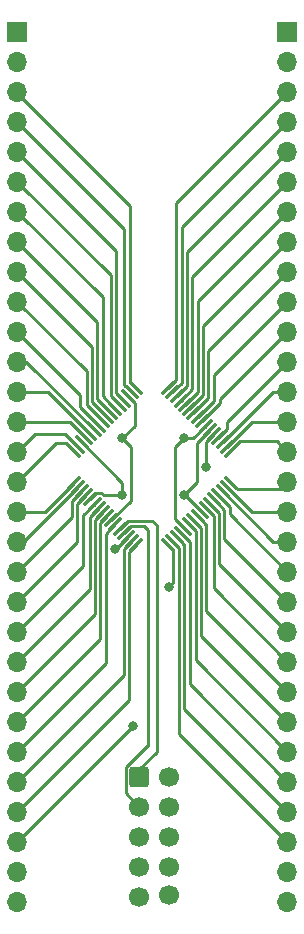
<source format=gbr>
%TF.GenerationSoftware,KiCad,Pcbnew,7.0.6-0*%
%TF.CreationDate,2023-07-17T22:06:51-07:00*%
%TF.ProjectId,84CP01,38344350-3031-42e6-9b69-6361645f7063,rev?*%
%TF.SameCoordinates,Original*%
%TF.FileFunction,Copper,L1,Top*%
%TF.FilePolarity,Positive*%
%FSLAX46Y46*%
G04 Gerber Fmt 4.6, Leading zero omitted, Abs format (unit mm)*
G04 Created by KiCad (PCBNEW 7.0.6-0) date 2023-07-17 22:06:51*
%MOMM*%
%LPD*%
G01*
G04 APERTURE LIST*
G04 Aperture macros list*
%AMRoundRect*
0 Rectangle with rounded corners*
0 $1 Rounding radius*
0 $2 $3 $4 $5 $6 $7 $8 $9 X,Y pos of 4 corners*
0 Add a 4 corners polygon primitive as box body*
4,1,4,$2,$3,$4,$5,$6,$7,$8,$9,$2,$3,0*
0 Add four circle primitives for the rounded corners*
1,1,$1+$1,$2,$3*
1,1,$1+$1,$4,$5*
1,1,$1+$1,$6,$7*
1,1,$1+$1,$8,$9*
0 Add four rect primitives between the rounded corners*
20,1,$1+$1,$2,$3,$4,$5,0*
20,1,$1+$1,$4,$5,$6,$7,0*
20,1,$1+$1,$6,$7,$8,$9,0*
20,1,$1+$1,$8,$9,$2,$3,0*%
G04 Aperture macros list end*
%TA.AperFunction,ComponentPad*%
%ADD10RoundRect,0.250000X-0.600000X-0.600000X0.600000X-0.600000X0.600000X0.600000X-0.600000X0.600000X0*%
%TD*%
%TA.AperFunction,ComponentPad*%
%ADD11C,1.700000*%
%TD*%
%TA.AperFunction,SMDPad,CuDef*%
%ADD12RoundRect,0.075000X-0.521491X0.415425X0.415425X-0.521491X0.521491X-0.415425X-0.415425X0.521491X0*%
%TD*%
%TA.AperFunction,SMDPad,CuDef*%
%ADD13RoundRect,0.075000X-0.521491X-0.415425X-0.415425X-0.521491X0.521491X0.415425X0.415425X0.521491X0*%
%TD*%
%TA.AperFunction,ComponentPad*%
%ADD14R,1.700000X1.700000*%
%TD*%
%TA.AperFunction,ComponentPad*%
%ADD15O,1.700000X1.700000*%
%TD*%
%TA.AperFunction,ViaPad*%
%ADD16C,0.800000*%
%TD*%
%TA.AperFunction,Conductor*%
%ADD17C,0.250000*%
%TD*%
G04 APERTURE END LIST*
D10*
%TO.P,J2,1,Pin_1*%
%TO.N,Net-(J2-Pin_1)*%
X108130000Y-115904000D03*
D11*
%TO.P,J2,2,Pin_2*%
%TO.N,GND*%
X110670000Y-115904000D03*
%TO.P,J2,3,Pin_3*%
%TO.N,Net-(J2-Pin_3)*%
X108130000Y-118444000D03*
%TO.P,J2,4,Pin_4*%
%TO.N,GND*%
X110670000Y-118444000D03*
%TO.P,J2,5,Pin_5*%
%TO.N,Net-(J2-Pin_5)*%
X108130000Y-120984000D03*
%TO.P,J2,6,Pin_6*%
%TO.N,GND*%
X110670000Y-120984000D03*
%TO.P,J2,7,Pin_7*%
%TO.N,Net-(J2-Pin_7)*%
X108130000Y-123524000D03*
%TO.P,J2,8,Pin_8*%
%TO.N,GND*%
X110630000Y-123524000D03*
%TO.P,J2,9,Pin_9*%
X108130000Y-126064000D03*
%TO.P,J2,10,Pin_10*%
X110630000Y-125904000D03*
%TD*%
D12*
%TO.P,U1,1,P1*%
%TO.N,/J1-3*%
X107867658Y-83006357D03*
%TO.P,U1,2,I/O/GTS2*%
%TO.N,/J1-4*%
X107514105Y-83359911D03*
%TO.P,U1,3,VCC*%
%TO.N,VCC*%
X107160551Y-83713464D03*
%TO.P,U1,4,P4*%
%TO.N,/J1-5*%
X106806998Y-84067018D03*
%TO.P,U1,5,I/O/GTS1*%
%TO.N,/J1-6*%
X106453445Y-84420571D03*
%TO.P,U1,6,P6*%
%TO.N,/J1-7*%
X106099891Y-84774124D03*
%TO.P,U1,7,P7*%
%TO.N,/J1-8*%
X105746338Y-85127678D03*
%TO.P,U1,8,P8*%
%TO.N,/J1-9*%
X105392785Y-85481231D03*
%TO.P,U1,9,P9*%
%TO.N,/J1-10*%
X105039231Y-85834785D03*
%TO.P,U1,10,P10*%
%TO.N,/J1-11*%
X104685678Y-86188338D03*
%TO.P,U1,11,P11*%
%TO.N,/J1-12*%
X104332124Y-86541891D03*
%TO.P,U1,12,P12*%
%TO.N,/J1-13*%
X103978571Y-86895445D03*
%TO.P,U1,13,P13*%
%TO.N,/J1-14*%
X103625018Y-87248998D03*
%TO.P,U1,14,GND*%
%TO.N,GND*%
X103271464Y-87602551D03*
%TO.P,U1,15,I/O/GCK1*%
%TO.N,/J1-15*%
X102917911Y-87956105D03*
%TO.P,U1,16,I/O/GCK2*%
%TO.N,/J1-16*%
X102564357Y-88309658D03*
D13*
%TO.P,U1,17,I/O/GCK3*%
%TO.N,/J1-17*%
X102564357Y-91014342D03*
%TO.P,U1,18,P18*%
%TO.N,/J1-18*%
X102917911Y-91367895D03*
%TO.P,U1,19,P19*%
%TO.N,/J1-19*%
X103271464Y-91721449D03*
%TO.P,U1,20,P20*%
%TO.N,/J1-20*%
X103625018Y-92075002D03*
%TO.P,U1,21,GND*%
%TO.N,GND*%
X103978571Y-92428555D03*
%TO.P,U1,22,P22*%
%TO.N,/J1-21*%
X104332124Y-92782109D03*
%TO.P,U1,23,P23*%
%TO.N,/J1-22*%
X104685678Y-93135662D03*
%TO.P,U1,24,P24*%
%TO.N,/J1-23*%
X105039231Y-93489215D03*
%TO.P,U1,25,P25*%
%TO.N,/J1-24*%
X105392785Y-93842769D03*
%TO.P,U1,26,VCCIO*%
%TO.N,VCC*%
X105746338Y-94196322D03*
%TO.P,U1,27,P27*%
%TO.N,/J1-25*%
X106099891Y-94549876D03*
%TO.P,U1,28,TDI*%
%TO.N,Net-(J2-Pin_1)*%
X106453445Y-94903429D03*
%TO.P,U1,29,TMS*%
%TO.N,Net-(J2-Pin_3)*%
X106806998Y-95256982D03*
%TO.P,U1,30,TCK*%
%TO.N,Net-(J2-Pin_5)*%
X107160551Y-95610536D03*
%TO.P,U1,31,P31*%
%TO.N,/J1-26*%
X107514105Y-95964089D03*
%TO.P,U1,32,P32*%
%TO.N,/J1-27*%
X107867658Y-96317643D03*
D12*
%TO.P,U1,33,P33*%
%TO.N,/J1-28*%
X110572342Y-96317643D03*
%TO.P,U1,34,P34*%
%TO.N,/J2-28*%
X110925895Y-95964089D03*
%TO.P,U1,35,P35*%
%TO.N,/J2-27*%
X111279449Y-95610536D03*
%TO.P,U1,36,P36*%
%TO.N,/J2-26*%
X111633002Y-95256982D03*
%TO.P,U1,37,VCC*%
%TO.N,VCC*%
X111986555Y-94903429D03*
%TO.P,U1,38,P38*%
%TO.N,/J2-25*%
X112340109Y-94549876D03*
%TO.P,U1,39,P39*%
%TO.N,/J2-24*%
X112693662Y-94196322D03*
%TO.P,U1,40,P40*%
%TO.N,/J2-23*%
X113047215Y-93842769D03*
%TO.P,U1,41,GND*%
%TO.N,GND*%
X113400769Y-93489215D03*
%TO.P,U1,42,P42*%
%TO.N,/J2-22*%
X113754322Y-93135662D03*
%TO.P,U1,43,P43*%
%TO.N,/J2-21*%
X114107876Y-92782109D03*
%TO.P,U1,44,P44*%
%TO.N,/J2-20*%
X114461429Y-92428555D03*
%TO.P,U1,45,P45*%
%TO.N,/J2-19*%
X114814982Y-92075002D03*
%TO.P,U1,46,P46*%
%TO.N,/J2-18*%
X115168536Y-91721449D03*
%TO.P,U1,47,P47*%
%TO.N,/J2-17*%
X115522089Y-91367895D03*
%TO.P,U1,48,P48*%
%TO.N,/J2-16*%
X115875643Y-91014342D03*
D13*
%TO.P,U1,49,P49*%
%TO.N,/J2-15*%
X115875643Y-88309658D03*
%TO.P,U1,50,P50*%
%TO.N,/J2-14*%
X115522089Y-87956105D03*
%TO.P,U1,51,P51*%
%TO.N,/J2-13*%
X115168536Y-87602551D03*
%TO.P,U1,52,P52*%
%TO.N,/J2-12*%
X114814982Y-87248998D03*
%TO.P,U1,53,TDO*%
%TO.N,Net-(J2-Pin_7)*%
X114461429Y-86895445D03*
%TO.P,U1,54,GND*%
%TO.N,GND*%
X114107876Y-86541891D03*
%TO.P,U1,55,VCCIO*%
%TO.N,VCC*%
X113754322Y-86188338D03*
%TO.P,U1,56,P56*%
%TO.N,/J2-11*%
X113400769Y-85834785D03*
%TO.P,U1,57,P57*%
%TO.N,/J2-10*%
X113047215Y-85481231D03*
%TO.P,U1,58,P58*%
%TO.N,/J2-9*%
X112693662Y-85127678D03*
%TO.P,U1,59,P59*%
%TO.N,/J2-8*%
X112340109Y-84774124D03*
%TO.P,U1,60,P60*%
%TO.N,/J2-7*%
X111986555Y-84420571D03*
%TO.P,U1,61,P61*%
%TO.N,/J2-6*%
X111633002Y-84067018D03*
%TO.P,U1,62,P62*%
%TO.N,/J2-5*%
X111279449Y-83713464D03*
%TO.P,U1,63,P63*%
%TO.N,/J2-4*%
X110925895Y-83359911D03*
%TO.P,U1,64,I/O/GSR*%
%TO.N,/J2-3*%
X110572342Y-83006357D03*
%TD*%
D14*
%TO.P,J3,1,Pin_1*%
%TO.N,VCC*%
X120650000Y-52832000D03*
D15*
%TO.P,J3,2,Pin_2*%
X120650000Y-55372000D03*
%TO.P,J3,3,Pin_3*%
%TO.N,/J2-3*%
X120650000Y-57912000D03*
%TO.P,J3,4,Pin_4*%
%TO.N,/J2-4*%
X120650000Y-60452000D03*
%TO.P,J3,5,Pin_5*%
%TO.N,/J2-5*%
X120650000Y-62992000D03*
%TO.P,J3,6,Pin_6*%
%TO.N,/J2-6*%
X120650000Y-65532000D03*
%TO.P,J3,7,Pin_7*%
%TO.N,/J2-7*%
X120650000Y-68072000D03*
%TO.P,J3,8,Pin_8*%
%TO.N,/J2-8*%
X120650000Y-70612000D03*
%TO.P,J3,9,Pin_9*%
%TO.N,/J2-9*%
X120650000Y-73152000D03*
%TO.P,J3,10,Pin_10*%
%TO.N,/J2-10*%
X120650000Y-75692000D03*
%TO.P,J3,11,Pin_11*%
%TO.N,/J2-11*%
X120650000Y-78232000D03*
%TO.P,J3,12,Pin_12*%
%TO.N,/J2-12*%
X120650000Y-80772000D03*
%TO.P,J3,13,Pin_13*%
%TO.N,/J2-13*%
X120650000Y-83312000D03*
%TO.P,J3,14,Pin_14*%
%TO.N,/J2-14*%
X120650000Y-85852000D03*
%TO.P,J3,15,Pin_15*%
%TO.N,/J2-15*%
X120650000Y-88392000D03*
%TO.P,J3,16,Pin_16*%
%TO.N,/J2-16*%
X120650000Y-90932000D03*
%TO.P,J3,17,Pin_17*%
%TO.N,/J2-17*%
X120650000Y-93472000D03*
%TO.P,J3,18,Pin_18*%
%TO.N,/J2-18*%
X120650000Y-96012000D03*
%TO.P,J3,19,Pin_19*%
%TO.N,/J2-19*%
X120650000Y-98552000D03*
%TO.P,J3,20,Pin_20*%
%TO.N,/J2-20*%
X120650000Y-101092000D03*
%TO.P,J3,21,Pin_21*%
%TO.N,/J2-21*%
X120650000Y-103632000D03*
%TO.P,J3,22,Pin_22*%
%TO.N,/J2-22*%
X120650000Y-106172000D03*
%TO.P,J3,23,Pin_23*%
%TO.N,/J2-23*%
X120650000Y-108712000D03*
%TO.P,J3,24,Pin_24*%
%TO.N,/J2-24*%
X120650000Y-111252000D03*
%TO.P,J3,25,Pin_25*%
%TO.N,/J2-25*%
X120650000Y-113792000D03*
%TO.P,J3,26,Pin_26*%
%TO.N,/J2-26*%
X120650000Y-116332000D03*
%TO.P,J3,27,Pin_27*%
%TO.N,/J2-27*%
X120650000Y-118872000D03*
%TO.P,J3,28,Pin_28*%
%TO.N,/J2-28*%
X120650000Y-121412000D03*
%TO.P,J3,29,Pin_29*%
%TO.N,GND*%
X120650000Y-123952000D03*
%TO.P,J3,30,Pin_30*%
X120650000Y-126492000D03*
%TD*%
D14*
%TO.P,J1,1,Pin_1*%
%TO.N,VCC*%
X97790000Y-52832000D03*
D15*
%TO.P,J1,2,Pin_2*%
X97790000Y-55372000D03*
%TO.P,J1,3,Pin_3*%
%TO.N,/J1-3*%
X97790000Y-57912000D03*
%TO.P,J1,4,Pin_4*%
%TO.N,/J1-4*%
X97790000Y-60452000D03*
%TO.P,J1,5,Pin_5*%
%TO.N,/J1-5*%
X97790000Y-62992000D03*
%TO.P,J1,6,Pin_6*%
%TO.N,/J1-6*%
X97790000Y-65532000D03*
%TO.P,J1,7,Pin_7*%
%TO.N,/J1-7*%
X97790000Y-68072000D03*
%TO.P,J1,8,Pin_8*%
%TO.N,/J1-8*%
X97790000Y-70612000D03*
%TO.P,J1,9,Pin_9*%
%TO.N,/J1-9*%
X97790000Y-73152000D03*
%TO.P,J1,10,Pin_10*%
%TO.N,/J1-10*%
X97790000Y-75692000D03*
%TO.P,J1,11,Pin_11*%
%TO.N,/J1-11*%
X97790000Y-78232000D03*
%TO.P,J1,12,Pin_12*%
%TO.N,/J1-12*%
X97790000Y-80772000D03*
%TO.P,J1,13,Pin_13*%
%TO.N,/J1-13*%
X97790000Y-83312000D03*
%TO.P,J1,14,Pin_14*%
%TO.N,/J1-14*%
X97790000Y-85852000D03*
%TO.P,J1,15,Pin_15*%
%TO.N,/J1-15*%
X97790000Y-88392000D03*
%TO.P,J1,16,Pin_16*%
%TO.N,/J1-16*%
X97790000Y-90932000D03*
%TO.P,J1,17,Pin_17*%
%TO.N,/J1-17*%
X97790000Y-93472000D03*
%TO.P,J1,18,Pin_18*%
%TO.N,/J1-18*%
X97790000Y-96012000D03*
%TO.P,J1,19,Pin_19*%
%TO.N,/J1-19*%
X97790000Y-98552000D03*
%TO.P,J1,20,Pin_20*%
%TO.N,/J1-20*%
X97790000Y-101092000D03*
%TO.P,J1,21,Pin_21*%
%TO.N,/J1-21*%
X97790000Y-103632000D03*
%TO.P,J1,22,Pin_22*%
%TO.N,/J1-22*%
X97790000Y-106172000D03*
%TO.P,J1,23,Pin_23*%
%TO.N,/J1-23*%
X97790000Y-108712000D03*
%TO.P,J1,24,Pin_24*%
%TO.N,/J1-24*%
X97790000Y-111252000D03*
%TO.P,J1,25,Pin_25*%
%TO.N,/J1-25*%
X97790000Y-113792000D03*
%TO.P,J1,26,Pin_26*%
%TO.N,/J1-26*%
X97790000Y-116332000D03*
%TO.P,J1,27,Pin_27*%
%TO.N,/J1-27*%
X97790000Y-118872000D03*
%TO.P,J1,28,Pin_28*%
%TO.N,/J1-28*%
X97790000Y-121412000D03*
%TO.P,J1,29,Pin_29*%
%TO.N,GND*%
X97790000Y-123952000D03*
%TO.P,J1,30,Pin_30*%
X97790000Y-126492000D03*
%TD*%
D16*
%TO.N,VCC*%
X106680000Y-87249000D03*
X111887000Y-87249000D03*
%TO.N,GND*%
X106680000Y-92075000D03*
X111887000Y-92075000D03*
%TO.N,/J1-28*%
X110617000Y-99822000D03*
X107569000Y-111633000D03*
%TO.N,Net-(J2-Pin_5)*%
X106045000Y-96647000D03*
%TO.N,Net-(J2-Pin_7)*%
X113792000Y-89662000D03*
%TD*%
D17*
%TO.N,VCC*%
X112693660Y-87249000D02*
X113754322Y-86188338D01*
X105746338Y-94196322D02*
X107405000Y-92537660D01*
X111887000Y-87249000D02*
X112693660Y-87249000D01*
X111162000Y-87974000D02*
X111887000Y-87249000D01*
X107728489Y-86200511D02*
X107728489Y-84281402D01*
X111986555Y-94903429D02*
X111162000Y-94078874D01*
X111162000Y-94078874D02*
X111162000Y-87974000D01*
X106680000Y-87249000D02*
X107728489Y-86200511D01*
X107405000Y-87974000D02*
X106680000Y-87249000D01*
X107728489Y-84281402D02*
X107160551Y-83713464D01*
X107405000Y-92537660D02*
X107405000Y-87974000D01*
%TO.N,/J1-3*%
X97790000Y-58039000D02*
X97790000Y-57912000D01*
X107315000Y-67564000D02*
X97790000Y-58039000D01*
X107867658Y-83006357D02*
X107315000Y-82453699D01*
X107315000Y-82453699D02*
X107315000Y-67564000D01*
%TO.N,/J1-4*%
X107514105Y-83359911D02*
X106865000Y-82710806D01*
X106865000Y-69527000D02*
X97790000Y-60452000D01*
X106865000Y-82710806D02*
X106865000Y-69527000D01*
%TO.N,/J1-5*%
X106172000Y-71374000D02*
X97790000Y-62992000D01*
X106806998Y-84067018D02*
X106172000Y-83432020D01*
X106172000Y-83432020D02*
X106172000Y-71374000D01*
%TO.N,/J1-6*%
X105722000Y-83689126D02*
X105722000Y-73464000D01*
X106453445Y-84420571D02*
X105722000Y-83689126D01*
X105722000Y-73464000D02*
X97790000Y-65532000D01*
%TO.N,/J1-7*%
X105029000Y-83703233D02*
X105029000Y-75311000D01*
X105029000Y-75311000D02*
X97790000Y-68072000D01*
X106099891Y-84774124D02*
X105029000Y-83703233D01*
%TO.N,/J1-8*%
X105746338Y-85127678D02*
X104579000Y-83960340D01*
X104579000Y-83960340D02*
X104579000Y-77401000D01*
X104579000Y-77401000D02*
X97790000Y-70612000D01*
%TO.N,/J1-9*%
X105392785Y-85481231D02*
X104129000Y-84217446D01*
X104129000Y-84217446D02*
X104129000Y-79491000D01*
X104129000Y-79491000D02*
X97790000Y-73152000D01*
%TO.N,/J1-10*%
X105039231Y-85834785D02*
X103679000Y-84474554D01*
X103679000Y-84474554D02*
X103679000Y-81581000D01*
X103679000Y-81581000D02*
X97790000Y-75692000D01*
%TO.N,GND*%
X103271464Y-87602551D02*
X106680000Y-91011087D01*
X105537000Y-92075000D02*
X106680000Y-92075000D01*
X111986554Y-92075000D02*
X113400769Y-93489215D01*
X106680000Y-91011087D02*
X106680000Y-92075000D01*
X103978571Y-92428555D02*
X104546508Y-91860618D01*
X104913235Y-91860618D02*
X105127617Y-92075000D01*
X105127617Y-92075000D02*
X105537000Y-92075000D01*
X104546508Y-91860618D02*
X104913235Y-91860618D01*
X114107876Y-86541891D02*
X114107876Y-86552124D01*
X114107876Y-86541891D02*
X113030000Y-87619767D01*
X111887000Y-92075000D02*
X111986554Y-92075000D01*
X113030000Y-87619767D02*
X113030000Y-90932000D01*
X113030000Y-90932000D02*
X111887000Y-92075000D01*
%TO.N,/J1-11*%
X103124000Y-84626660D02*
X103124000Y-83566000D01*
X104685678Y-86188338D02*
X103124000Y-84626660D01*
X103124000Y-83566000D02*
X97790000Y-78232000D01*
%TO.N,/J1-12*%
X98562233Y-80772000D02*
X97790000Y-80772000D01*
X104332124Y-86541891D02*
X98562233Y-80772000D01*
%TO.N,/J1-13*%
X100395126Y-83312000D02*
X97790000Y-83312000D01*
X103978571Y-86895445D02*
X100395126Y-83312000D01*
%TO.N,/J1-14*%
X102228020Y-85852000D02*
X97790000Y-85852000D01*
X103625018Y-87248998D02*
X102228020Y-85852000D01*
%TO.N,/J1-15*%
X101829806Y-86868000D02*
X99314000Y-86868000D01*
X102917911Y-87956105D02*
X101829806Y-86868000D01*
X99314000Y-86868000D02*
X97790000Y-88392000D01*
%TO.N,/J1-16*%
X101092000Y-87630000D02*
X97790000Y-90932000D01*
X101884699Y-87630000D02*
X101092000Y-87630000D01*
X102564357Y-88309658D02*
X101884699Y-87630000D01*
%TO.N,/J1-17*%
X100106699Y-93472000D02*
X97790000Y-93472000D01*
X102564357Y-91014342D02*
X100106699Y-93472000D01*
%TO.N,/J1-18*%
X102917911Y-91367895D02*
X98273806Y-96012000D01*
X98273806Y-96012000D02*
X97790000Y-96012000D01*
%TO.N,/J1-19*%
X103271464Y-91721449D02*
X102420000Y-92572913D01*
X102420000Y-92572913D02*
X102420000Y-93922000D01*
X102420000Y-93922000D02*
X97790000Y-98552000D01*
%TO.N,/J1-20*%
X102870000Y-96012000D02*
X97790000Y-101092000D01*
X102870000Y-92830020D02*
X102870000Y-96012000D01*
X103625018Y-92075002D02*
X102870000Y-92830020D01*
%TO.N,/J1-21*%
X104332124Y-92782109D02*
X103378000Y-93736233D01*
X103378000Y-93736233D02*
X103378000Y-98044000D01*
X103378000Y-98044000D02*
X97790000Y-103632000D01*
%TO.N,/J1-22*%
X103924847Y-100037153D02*
X97790000Y-106172000D01*
X104685678Y-93135662D02*
X103924847Y-93896493D01*
X103924847Y-93896493D02*
X103924847Y-100037153D01*
%TO.N,/J1-23*%
X104374847Y-94153599D02*
X104374847Y-102127153D01*
X105039231Y-93489215D02*
X104374847Y-94153599D01*
X104374847Y-102127153D02*
X97790000Y-108712000D01*
%TO.N,/J1-24*%
X104824847Y-94410707D02*
X104824847Y-104217153D01*
X105392785Y-93842769D02*
X104824847Y-94410707D01*
X104824847Y-104217153D02*
X97790000Y-111252000D01*
%TO.N,/J1-25*%
X106099891Y-94549876D02*
X105320000Y-95329767D01*
X105320000Y-95329767D02*
X105320000Y-106262000D01*
X105320000Y-106262000D02*
X97790000Y-113792000D01*
%TO.N,/J1-26*%
X106807000Y-107315000D02*
X97790000Y-116332000D01*
X107514105Y-95964089D02*
X106807000Y-96671194D01*
X106807000Y-96671194D02*
X106807000Y-107315000D01*
%TO.N,/J1-27*%
X107257000Y-96928301D02*
X107257000Y-109405000D01*
X107867658Y-96317643D02*
X107257000Y-96928301D01*
X107257000Y-109405000D02*
X97790000Y-118872000D01*
%TO.N,/J1-28*%
X110998000Y-99441000D02*
X110617000Y-99822000D01*
X110998000Y-96743301D02*
X110998000Y-99441000D01*
X107569000Y-111633000D02*
X97790000Y-121412000D01*
X110572342Y-96317643D02*
X110998000Y-96743301D01*
%TO.N,Net-(J2-Pin_1)*%
X108130000Y-115904000D02*
X108130000Y-115263000D01*
X109601000Y-94615000D02*
X109220000Y-94234000D01*
X109220000Y-94234000D02*
X107122874Y-94234000D01*
X107122874Y-94234000D02*
X106453445Y-94903429D01*
X109601000Y-113792000D02*
X109601000Y-94615000D01*
X108130000Y-115263000D02*
X109601000Y-113792000D01*
%TO.N,Net-(J2-Pin_3)*%
X107379980Y-94684000D02*
X108527000Y-94684000D01*
X108839000Y-113284000D02*
X108736827Y-113284000D01*
X108736827Y-113284000D02*
X106955000Y-115065827D01*
X106955000Y-115065827D02*
X106955000Y-117269000D01*
X108527000Y-94684000D02*
X108839000Y-94996000D01*
X106955000Y-117269000D02*
X108130000Y-118444000D01*
X108839000Y-94996000D02*
X108839000Y-113284000D01*
X106806998Y-95256982D02*
X107379980Y-94684000D01*
%TO.N,Net-(J2-Pin_5)*%
X107160551Y-95610536D02*
X106124087Y-96647000D01*
X106124087Y-96647000D02*
X106045000Y-96647000D01*
%TO.N,Net-(J2-Pin_7)*%
X113792000Y-87564874D02*
X113792000Y-89662000D01*
X114461429Y-86895445D02*
X113792000Y-87564874D01*
%TO.N,/J2-3*%
X111252000Y-82326699D02*
X111252000Y-67310000D01*
X111252000Y-67310000D02*
X120650000Y-57912000D01*
X110572342Y-83006357D02*
X111252000Y-82326699D01*
%TO.N,/J2-4*%
X111702000Y-82583806D02*
X111702000Y-69400000D01*
X110925895Y-83359911D02*
X111702000Y-82583806D01*
X111702000Y-69400000D02*
X120650000Y-60452000D01*
%TO.N,/J2-5*%
X111279449Y-83713464D02*
X112152000Y-82840913D01*
X112152000Y-71490000D02*
X120650000Y-62992000D01*
X112152000Y-82840913D02*
X112152000Y-71490000D01*
%TO.N,/J2-6*%
X112602000Y-83098020D02*
X112602000Y-73580000D01*
X112602000Y-73580000D02*
X120650000Y-65532000D01*
X111633002Y-84067018D02*
X112602000Y-83098020D01*
%TO.N,/J2-7*%
X111986555Y-84420571D02*
X113052000Y-83355126D01*
X113052000Y-83355126D02*
X113052000Y-75670000D01*
X113052000Y-75670000D02*
X120650000Y-68072000D01*
%TO.N,/J2-8*%
X113502000Y-83612233D02*
X113502000Y-77760000D01*
X112340109Y-84774124D02*
X113502000Y-83612233D01*
X113502000Y-77760000D02*
X120650000Y-70612000D01*
%TO.N,/J2-9*%
X112693662Y-85127678D02*
X113952000Y-83869340D01*
X113952000Y-79850000D02*
X120650000Y-73152000D01*
X113952000Y-83869340D02*
X113952000Y-79850000D01*
%TO.N,/J2-10*%
X113047215Y-85481231D02*
X114402000Y-84126446D01*
X114402000Y-81940000D02*
X120650000Y-75692000D01*
X114402000Y-84126446D02*
X114402000Y-81940000D01*
%TO.N,/J2-11*%
X113400769Y-85834785D02*
X114935000Y-84300554D01*
X114935000Y-84300554D02*
X114935000Y-83947000D01*
X114935000Y-83947000D02*
X120650000Y-78232000D01*
%TO.N,/J2-12*%
X115570000Y-85852000D02*
X120650000Y-80772000D01*
X120650000Y-81413980D02*
X120650000Y-80772000D01*
X115570000Y-86493980D02*
X115570000Y-85852000D01*
X114814982Y-87248998D02*
X115570000Y-86493980D01*
%TO.N,/J2-13*%
X115168536Y-87602551D02*
X119459087Y-83312000D01*
X119459087Y-83312000D02*
X120650000Y-83312000D01*
%TO.N,/J2-14*%
X117626194Y-85852000D02*
X120650000Y-85852000D01*
X115522089Y-87956105D02*
X117626194Y-85852000D01*
%TO.N,/J2-15*%
X116646946Y-87503000D02*
X119761000Y-87503000D01*
X115875643Y-88309658D02*
X115875643Y-88274303D01*
X119761000Y-87503000D02*
X120650000Y-88392000D01*
X115875643Y-88274303D02*
X116646946Y-87503000D01*
%TO.N,/J2-16*%
X120015000Y-91567000D02*
X120650000Y-90932000D01*
X116459000Y-91567000D02*
X120015000Y-91567000D01*
X115906342Y-91014342D02*
X116459000Y-91567000D01*
X115875643Y-91014342D02*
X115906342Y-91014342D01*
%TO.N,/J2-17*%
X115522089Y-91367895D02*
X117626194Y-93472000D01*
X117626194Y-93472000D02*
X120650000Y-93472000D01*
%TO.N,/J2-18*%
X115168536Y-91721449D02*
X119459087Y-96012000D01*
X119459087Y-96012000D02*
X120650000Y-96012000D01*
%TO.N,/J2-19*%
X115777000Y-93679000D02*
X120650000Y-98552000D01*
X115777000Y-93037020D02*
X115777000Y-93679000D01*
X114814982Y-92075002D02*
X115777000Y-93037020D01*
%TO.N,/J2-20*%
X115327000Y-93294126D02*
X115327000Y-95769000D01*
X114461429Y-92428555D02*
X115327000Y-93294126D01*
X115327000Y-95769000D02*
X120650000Y-101092000D01*
%TO.N,/J2-21*%
X114877000Y-97859000D02*
X120650000Y-103632000D01*
X114107876Y-92782109D02*
X114877000Y-93551233D01*
X114877000Y-93551233D02*
X114877000Y-97859000D01*
%TO.N,/J2-22*%
X113754322Y-93135662D02*
X114427000Y-93808340D01*
X114427000Y-93808340D02*
X114427000Y-99949000D01*
X114427000Y-99949000D02*
X120650000Y-106172000D01*
%TO.N,/J2-23*%
X113808046Y-94603600D02*
X113808046Y-101870046D01*
X113808046Y-101870046D02*
X120650000Y-108712000D01*
X113047215Y-93842769D02*
X113808046Y-94603600D01*
%TO.N,/J2-24*%
X113358046Y-103960046D02*
X120650000Y-111252000D01*
X113358046Y-94860706D02*
X113358046Y-103960046D01*
X112693662Y-94196322D02*
X113358046Y-94860706D01*
%TO.N,/J2-25*%
X112908046Y-106050046D02*
X120650000Y-113792000D01*
X112908046Y-95117813D02*
X112908046Y-106050046D01*
X112340109Y-94549876D02*
X112908046Y-95117813D01*
%TO.N,/J2-26*%
X112393833Y-108075833D02*
X120650000Y-116332000D01*
X111633002Y-95256982D02*
X112393833Y-96017813D01*
X112393833Y-96017813D02*
X112393833Y-108075833D01*
%TO.N,/J2-27*%
X111943833Y-110165833D02*
X120650000Y-118872000D01*
X111279449Y-95610536D02*
X111943833Y-96274920D01*
X111943833Y-96274920D02*
X111943833Y-110165833D01*
%TO.N,/J2-28*%
X111493833Y-112255833D02*
X120650000Y-121412000D01*
X111493833Y-96532027D02*
X111493833Y-112255833D01*
X110925895Y-95964089D02*
X111493833Y-96532027D01*
%TD*%
M02*

</source>
